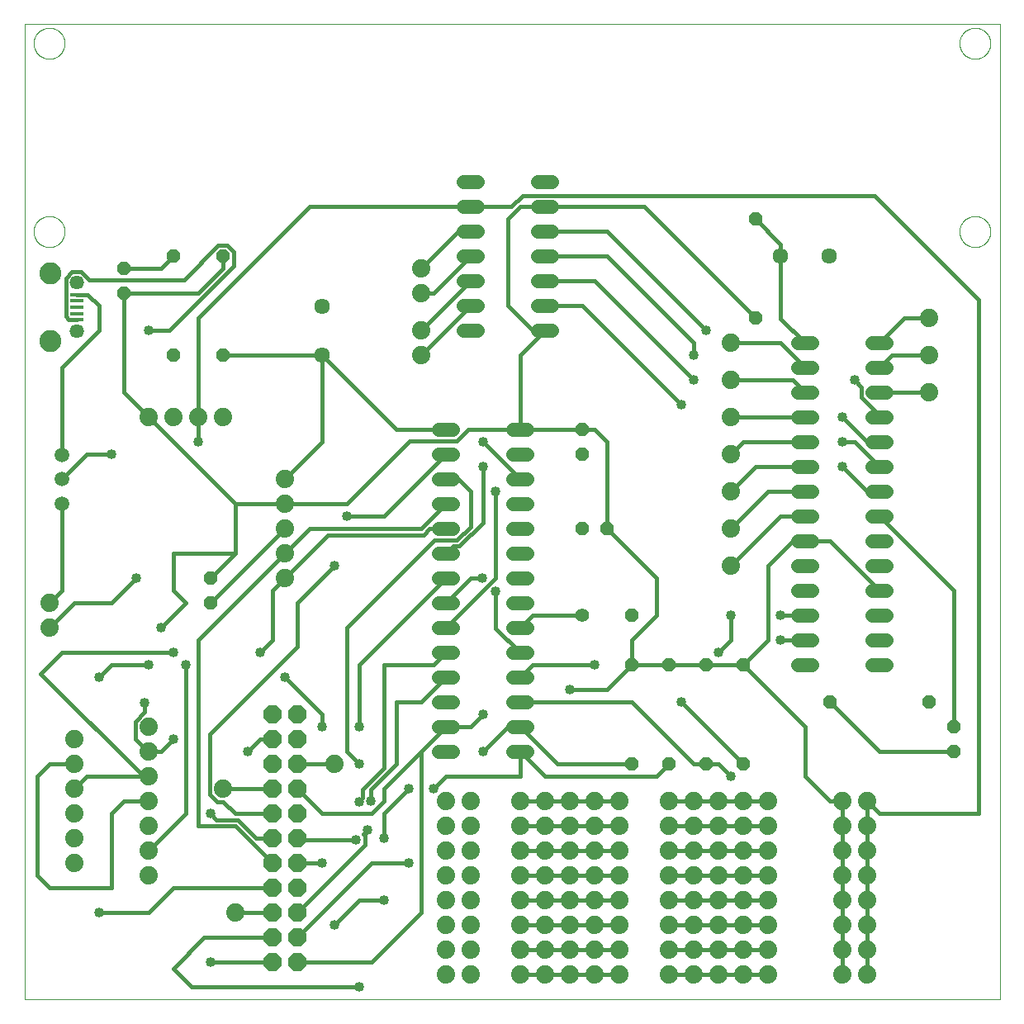
<source format=gtl>
G04 EAGLE Gerber RS-274X export*
G75*
%MOMM*%
%FSLAX34Y34*%
%LPD*%
%INTop Copper*%
%IPPOS*%
%AMOC8*
5,1,8,0,0,1.08239X$1,22.5*%
G01*
%ADD10C,0.000000*%
%ADD11R,1.350000X0.400000*%
%ADD12C,1.459600*%
%ADD13C,2.250000*%
%ADD14C,1.879600*%
%ADD15C,1.509600*%
%ADD16P,1.539592X8X112.500000*%
%ADD17C,1.609600*%
%ADD18C,1.422400*%
%ADD19P,1.539592X8X292.500000*%
%ADD20P,1.539592X8X202.500000*%
%ADD21P,2.034460X8X112.500000*%
%ADD22C,1.422400*%
%ADD23P,1.539592X8X22.500000*%
%ADD24C,0.406400*%
%ADD25C,1.016000*%


D10*
X0Y0D02*
X1000000Y0D01*
X1000000Y1000000D01*
X0Y1000000D01*
X0Y0D01*
X9525Y980440D02*
X9530Y980830D01*
X9544Y981219D01*
X9568Y981608D01*
X9601Y981996D01*
X9644Y982383D01*
X9697Y982769D01*
X9759Y983154D01*
X9830Y983537D01*
X9911Y983918D01*
X10001Y984297D01*
X10100Y984674D01*
X10209Y985048D01*
X10326Y985420D01*
X10453Y985788D01*
X10589Y986153D01*
X10733Y986515D01*
X10887Y986873D01*
X11049Y987227D01*
X11220Y987578D01*
X11399Y987923D01*
X11587Y988265D01*
X11784Y988601D01*
X11988Y988933D01*
X12200Y989260D01*
X12421Y989581D01*
X12649Y989897D01*
X12885Y990207D01*
X13128Y990511D01*
X13379Y990809D01*
X13637Y991101D01*
X13903Y991386D01*
X14175Y991665D01*
X14454Y991937D01*
X14739Y992203D01*
X15031Y992461D01*
X15329Y992712D01*
X15633Y992955D01*
X15943Y993191D01*
X16259Y993419D01*
X16580Y993640D01*
X16907Y993852D01*
X17239Y994056D01*
X17575Y994253D01*
X17917Y994441D01*
X18262Y994620D01*
X18613Y994791D01*
X18967Y994953D01*
X19325Y995107D01*
X19687Y995251D01*
X20052Y995387D01*
X20420Y995514D01*
X20792Y995631D01*
X21166Y995740D01*
X21543Y995839D01*
X21922Y995929D01*
X22303Y996010D01*
X22686Y996081D01*
X23071Y996143D01*
X23457Y996196D01*
X23844Y996239D01*
X24232Y996272D01*
X24621Y996296D01*
X25010Y996310D01*
X25400Y996315D01*
X25790Y996310D01*
X26179Y996296D01*
X26568Y996272D01*
X26956Y996239D01*
X27343Y996196D01*
X27729Y996143D01*
X28114Y996081D01*
X28497Y996010D01*
X28878Y995929D01*
X29257Y995839D01*
X29634Y995740D01*
X30008Y995631D01*
X30380Y995514D01*
X30748Y995387D01*
X31113Y995251D01*
X31475Y995107D01*
X31833Y994953D01*
X32187Y994791D01*
X32538Y994620D01*
X32883Y994441D01*
X33225Y994253D01*
X33561Y994056D01*
X33893Y993852D01*
X34220Y993640D01*
X34541Y993419D01*
X34857Y993191D01*
X35167Y992955D01*
X35471Y992712D01*
X35769Y992461D01*
X36061Y992203D01*
X36346Y991937D01*
X36625Y991665D01*
X36897Y991386D01*
X37163Y991101D01*
X37421Y990809D01*
X37672Y990511D01*
X37915Y990207D01*
X38151Y989897D01*
X38379Y989581D01*
X38600Y989260D01*
X38812Y988933D01*
X39016Y988601D01*
X39213Y988265D01*
X39401Y987923D01*
X39580Y987578D01*
X39751Y987227D01*
X39913Y986873D01*
X40067Y986515D01*
X40211Y986153D01*
X40347Y985788D01*
X40474Y985420D01*
X40591Y985048D01*
X40700Y984674D01*
X40799Y984297D01*
X40889Y983918D01*
X40970Y983537D01*
X41041Y983154D01*
X41103Y982769D01*
X41156Y982383D01*
X41199Y981996D01*
X41232Y981608D01*
X41256Y981219D01*
X41270Y980830D01*
X41275Y980440D01*
X41270Y980050D01*
X41256Y979661D01*
X41232Y979272D01*
X41199Y978884D01*
X41156Y978497D01*
X41103Y978111D01*
X41041Y977726D01*
X40970Y977343D01*
X40889Y976962D01*
X40799Y976583D01*
X40700Y976206D01*
X40591Y975832D01*
X40474Y975460D01*
X40347Y975092D01*
X40211Y974727D01*
X40067Y974365D01*
X39913Y974007D01*
X39751Y973653D01*
X39580Y973302D01*
X39401Y972957D01*
X39213Y972615D01*
X39016Y972279D01*
X38812Y971947D01*
X38600Y971620D01*
X38379Y971299D01*
X38151Y970983D01*
X37915Y970673D01*
X37672Y970369D01*
X37421Y970071D01*
X37163Y969779D01*
X36897Y969494D01*
X36625Y969215D01*
X36346Y968943D01*
X36061Y968677D01*
X35769Y968419D01*
X35471Y968168D01*
X35167Y967925D01*
X34857Y967689D01*
X34541Y967461D01*
X34220Y967240D01*
X33893Y967028D01*
X33561Y966824D01*
X33225Y966627D01*
X32883Y966439D01*
X32538Y966260D01*
X32187Y966089D01*
X31833Y965927D01*
X31475Y965773D01*
X31113Y965629D01*
X30748Y965493D01*
X30380Y965366D01*
X30008Y965249D01*
X29634Y965140D01*
X29257Y965041D01*
X28878Y964951D01*
X28497Y964870D01*
X28114Y964799D01*
X27729Y964737D01*
X27343Y964684D01*
X26956Y964641D01*
X26568Y964608D01*
X26179Y964584D01*
X25790Y964570D01*
X25400Y964565D01*
X25010Y964570D01*
X24621Y964584D01*
X24232Y964608D01*
X23844Y964641D01*
X23457Y964684D01*
X23071Y964737D01*
X22686Y964799D01*
X22303Y964870D01*
X21922Y964951D01*
X21543Y965041D01*
X21166Y965140D01*
X20792Y965249D01*
X20420Y965366D01*
X20052Y965493D01*
X19687Y965629D01*
X19325Y965773D01*
X18967Y965927D01*
X18613Y966089D01*
X18262Y966260D01*
X17917Y966439D01*
X17575Y966627D01*
X17239Y966824D01*
X16907Y967028D01*
X16580Y967240D01*
X16259Y967461D01*
X15943Y967689D01*
X15633Y967925D01*
X15329Y968168D01*
X15031Y968419D01*
X14739Y968677D01*
X14454Y968943D01*
X14175Y969215D01*
X13903Y969494D01*
X13637Y969779D01*
X13379Y970071D01*
X13128Y970369D01*
X12885Y970673D01*
X12649Y970983D01*
X12421Y971299D01*
X12200Y971620D01*
X11988Y971947D01*
X11784Y972279D01*
X11587Y972615D01*
X11399Y972957D01*
X11220Y973302D01*
X11049Y973653D01*
X10887Y974007D01*
X10733Y974365D01*
X10589Y974727D01*
X10453Y975092D01*
X10326Y975460D01*
X10209Y975832D01*
X10100Y976206D01*
X10001Y976583D01*
X9911Y976962D01*
X9830Y977343D01*
X9759Y977726D01*
X9697Y978111D01*
X9644Y978497D01*
X9601Y978884D01*
X9568Y979272D01*
X9544Y979661D01*
X9530Y980050D01*
X9525Y980440D01*
X9525Y787400D02*
X9530Y787790D01*
X9544Y788179D01*
X9568Y788568D01*
X9601Y788956D01*
X9644Y789343D01*
X9697Y789729D01*
X9759Y790114D01*
X9830Y790497D01*
X9911Y790878D01*
X10001Y791257D01*
X10100Y791634D01*
X10209Y792008D01*
X10326Y792380D01*
X10453Y792748D01*
X10589Y793113D01*
X10733Y793475D01*
X10887Y793833D01*
X11049Y794187D01*
X11220Y794538D01*
X11399Y794883D01*
X11587Y795225D01*
X11784Y795561D01*
X11988Y795893D01*
X12200Y796220D01*
X12421Y796541D01*
X12649Y796857D01*
X12885Y797167D01*
X13128Y797471D01*
X13379Y797769D01*
X13637Y798061D01*
X13903Y798346D01*
X14175Y798625D01*
X14454Y798897D01*
X14739Y799163D01*
X15031Y799421D01*
X15329Y799672D01*
X15633Y799915D01*
X15943Y800151D01*
X16259Y800379D01*
X16580Y800600D01*
X16907Y800812D01*
X17239Y801016D01*
X17575Y801213D01*
X17917Y801401D01*
X18262Y801580D01*
X18613Y801751D01*
X18967Y801913D01*
X19325Y802067D01*
X19687Y802211D01*
X20052Y802347D01*
X20420Y802474D01*
X20792Y802591D01*
X21166Y802700D01*
X21543Y802799D01*
X21922Y802889D01*
X22303Y802970D01*
X22686Y803041D01*
X23071Y803103D01*
X23457Y803156D01*
X23844Y803199D01*
X24232Y803232D01*
X24621Y803256D01*
X25010Y803270D01*
X25400Y803275D01*
X25790Y803270D01*
X26179Y803256D01*
X26568Y803232D01*
X26956Y803199D01*
X27343Y803156D01*
X27729Y803103D01*
X28114Y803041D01*
X28497Y802970D01*
X28878Y802889D01*
X29257Y802799D01*
X29634Y802700D01*
X30008Y802591D01*
X30380Y802474D01*
X30748Y802347D01*
X31113Y802211D01*
X31475Y802067D01*
X31833Y801913D01*
X32187Y801751D01*
X32538Y801580D01*
X32883Y801401D01*
X33225Y801213D01*
X33561Y801016D01*
X33893Y800812D01*
X34220Y800600D01*
X34541Y800379D01*
X34857Y800151D01*
X35167Y799915D01*
X35471Y799672D01*
X35769Y799421D01*
X36061Y799163D01*
X36346Y798897D01*
X36625Y798625D01*
X36897Y798346D01*
X37163Y798061D01*
X37421Y797769D01*
X37672Y797471D01*
X37915Y797167D01*
X38151Y796857D01*
X38379Y796541D01*
X38600Y796220D01*
X38812Y795893D01*
X39016Y795561D01*
X39213Y795225D01*
X39401Y794883D01*
X39580Y794538D01*
X39751Y794187D01*
X39913Y793833D01*
X40067Y793475D01*
X40211Y793113D01*
X40347Y792748D01*
X40474Y792380D01*
X40591Y792008D01*
X40700Y791634D01*
X40799Y791257D01*
X40889Y790878D01*
X40970Y790497D01*
X41041Y790114D01*
X41103Y789729D01*
X41156Y789343D01*
X41199Y788956D01*
X41232Y788568D01*
X41256Y788179D01*
X41270Y787790D01*
X41275Y787400D01*
X41270Y787010D01*
X41256Y786621D01*
X41232Y786232D01*
X41199Y785844D01*
X41156Y785457D01*
X41103Y785071D01*
X41041Y784686D01*
X40970Y784303D01*
X40889Y783922D01*
X40799Y783543D01*
X40700Y783166D01*
X40591Y782792D01*
X40474Y782420D01*
X40347Y782052D01*
X40211Y781687D01*
X40067Y781325D01*
X39913Y780967D01*
X39751Y780613D01*
X39580Y780262D01*
X39401Y779917D01*
X39213Y779575D01*
X39016Y779239D01*
X38812Y778907D01*
X38600Y778580D01*
X38379Y778259D01*
X38151Y777943D01*
X37915Y777633D01*
X37672Y777329D01*
X37421Y777031D01*
X37163Y776739D01*
X36897Y776454D01*
X36625Y776175D01*
X36346Y775903D01*
X36061Y775637D01*
X35769Y775379D01*
X35471Y775128D01*
X35167Y774885D01*
X34857Y774649D01*
X34541Y774421D01*
X34220Y774200D01*
X33893Y773988D01*
X33561Y773784D01*
X33225Y773587D01*
X32883Y773399D01*
X32538Y773220D01*
X32187Y773049D01*
X31833Y772887D01*
X31475Y772733D01*
X31113Y772589D01*
X30748Y772453D01*
X30380Y772326D01*
X30008Y772209D01*
X29634Y772100D01*
X29257Y772001D01*
X28878Y771911D01*
X28497Y771830D01*
X28114Y771759D01*
X27729Y771697D01*
X27343Y771644D01*
X26956Y771601D01*
X26568Y771568D01*
X26179Y771544D01*
X25790Y771530D01*
X25400Y771525D01*
X25010Y771530D01*
X24621Y771544D01*
X24232Y771568D01*
X23844Y771601D01*
X23457Y771644D01*
X23071Y771697D01*
X22686Y771759D01*
X22303Y771830D01*
X21922Y771911D01*
X21543Y772001D01*
X21166Y772100D01*
X20792Y772209D01*
X20420Y772326D01*
X20052Y772453D01*
X19687Y772589D01*
X19325Y772733D01*
X18967Y772887D01*
X18613Y773049D01*
X18262Y773220D01*
X17917Y773399D01*
X17575Y773587D01*
X17239Y773784D01*
X16907Y773988D01*
X16580Y774200D01*
X16259Y774421D01*
X15943Y774649D01*
X15633Y774885D01*
X15329Y775128D01*
X15031Y775379D01*
X14739Y775637D01*
X14454Y775903D01*
X14175Y776175D01*
X13903Y776454D01*
X13637Y776739D01*
X13379Y777031D01*
X13128Y777329D01*
X12885Y777633D01*
X12649Y777943D01*
X12421Y778259D01*
X12200Y778580D01*
X11988Y778907D01*
X11784Y779239D01*
X11587Y779575D01*
X11399Y779917D01*
X11220Y780262D01*
X11049Y780613D01*
X10887Y780967D01*
X10733Y781325D01*
X10589Y781687D01*
X10453Y782052D01*
X10326Y782420D01*
X10209Y782792D01*
X10100Y783166D01*
X10001Y783543D01*
X9911Y783922D01*
X9830Y784303D01*
X9759Y784686D01*
X9697Y785071D01*
X9644Y785457D01*
X9601Y785844D01*
X9568Y786232D01*
X9544Y786621D01*
X9530Y787010D01*
X9525Y787400D01*
X958723Y787400D02*
X958728Y787790D01*
X958742Y788179D01*
X958766Y788568D01*
X958799Y788956D01*
X958842Y789343D01*
X958895Y789729D01*
X958957Y790114D01*
X959028Y790497D01*
X959109Y790878D01*
X959199Y791257D01*
X959298Y791634D01*
X959407Y792008D01*
X959524Y792380D01*
X959651Y792748D01*
X959787Y793113D01*
X959931Y793475D01*
X960085Y793833D01*
X960247Y794187D01*
X960418Y794538D01*
X960597Y794883D01*
X960785Y795225D01*
X960982Y795561D01*
X961186Y795893D01*
X961398Y796220D01*
X961619Y796541D01*
X961847Y796857D01*
X962083Y797167D01*
X962326Y797471D01*
X962577Y797769D01*
X962835Y798061D01*
X963101Y798346D01*
X963373Y798625D01*
X963652Y798897D01*
X963937Y799163D01*
X964229Y799421D01*
X964527Y799672D01*
X964831Y799915D01*
X965141Y800151D01*
X965457Y800379D01*
X965778Y800600D01*
X966105Y800812D01*
X966437Y801016D01*
X966773Y801213D01*
X967115Y801401D01*
X967460Y801580D01*
X967811Y801751D01*
X968165Y801913D01*
X968523Y802067D01*
X968885Y802211D01*
X969250Y802347D01*
X969618Y802474D01*
X969990Y802591D01*
X970364Y802700D01*
X970741Y802799D01*
X971120Y802889D01*
X971501Y802970D01*
X971884Y803041D01*
X972269Y803103D01*
X972655Y803156D01*
X973042Y803199D01*
X973430Y803232D01*
X973819Y803256D01*
X974208Y803270D01*
X974598Y803275D01*
X974988Y803270D01*
X975377Y803256D01*
X975766Y803232D01*
X976154Y803199D01*
X976541Y803156D01*
X976927Y803103D01*
X977312Y803041D01*
X977695Y802970D01*
X978076Y802889D01*
X978455Y802799D01*
X978832Y802700D01*
X979206Y802591D01*
X979578Y802474D01*
X979946Y802347D01*
X980311Y802211D01*
X980673Y802067D01*
X981031Y801913D01*
X981385Y801751D01*
X981736Y801580D01*
X982081Y801401D01*
X982423Y801213D01*
X982759Y801016D01*
X983091Y800812D01*
X983418Y800600D01*
X983739Y800379D01*
X984055Y800151D01*
X984365Y799915D01*
X984669Y799672D01*
X984967Y799421D01*
X985259Y799163D01*
X985544Y798897D01*
X985823Y798625D01*
X986095Y798346D01*
X986361Y798061D01*
X986619Y797769D01*
X986870Y797471D01*
X987113Y797167D01*
X987349Y796857D01*
X987577Y796541D01*
X987798Y796220D01*
X988010Y795893D01*
X988214Y795561D01*
X988411Y795225D01*
X988599Y794883D01*
X988778Y794538D01*
X988949Y794187D01*
X989111Y793833D01*
X989265Y793475D01*
X989409Y793113D01*
X989545Y792748D01*
X989672Y792380D01*
X989789Y792008D01*
X989898Y791634D01*
X989997Y791257D01*
X990087Y790878D01*
X990168Y790497D01*
X990239Y790114D01*
X990301Y789729D01*
X990354Y789343D01*
X990397Y788956D01*
X990430Y788568D01*
X990454Y788179D01*
X990468Y787790D01*
X990473Y787400D01*
X990468Y787010D01*
X990454Y786621D01*
X990430Y786232D01*
X990397Y785844D01*
X990354Y785457D01*
X990301Y785071D01*
X990239Y784686D01*
X990168Y784303D01*
X990087Y783922D01*
X989997Y783543D01*
X989898Y783166D01*
X989789Y782792D01*
X989672Y782420D01*
X989545Y782052D01*
X989409Y781687D01*
X989265Y781325D01*
X989111Y780967D01*
X988949Y780613D01*
X988778Y780262D01*
X988599Y779917D01*
X988411Y779575D01*
X988214Y779239D01*
X988010Y778907D01*
X987798Y778580D01*
X987577Y778259D01*
X987349Y777943D01*
X987113Y777633D01*
X986870Y777329D01*
X986619Y777031D01*
X986361Y776739D01*
X986095Y776454D01*
X985823Y776175D01*
X985544Y775903D01*
X985259Y775637D01*
X984967Y775379D01*
X984669Y775128D01*
X984365Y774885D01*
X984055Y774649D01*
X983739Y774421D01*
X983418Y774200D01*
X983091Y773988D01*
X982759Y773784D01*
X982423Y773587D01*
X982081Y773399D01*
X981736Y773220D01*
X981385Y773049D01*
X981031Y772887D01*
X980673Y772733D01*
X980311Y772589D01*
X979946Y772453D01*
X979578Y772326D01*
X979206Y772209D01*
X978832Y772100D01*
X978455Y772001D01*
X978076Y771911D01*
X977695Y771830D01*
X977312Y771759D01*
X976927Y771697D01*
X976541Y771644D01*
X976154Y771601D01*
X975766Y771568D01*
X975377Y771544D01*
X974988Y771530D01*
X974598Y771525D01*
X974208Y771530D01*
X973819Y771544D01*
X973430Y771568D01*
X973042Y771601D01*
X972655Y771644D01*
X972269Y771697D01*
X971884Y771759D01*
X971501Y771830D01*
X971120Y771911D01*
X970741Y772001D01*
X970364Y772100D01*
X969990Y772209D01*
X969618Y772326D01*
X969250Y772453D01*
X968885Y772589D01*
X968523Y772733D01*
X968165Y772887D01*
X967811Y773049D01*
X967460Y773220D01*
X967115Y773399D01*
X966773Y773587D01*
X966437Y773784D01*
X966105Y773988D01*
X965778Y774200D01*
X965457Y774421D01*
X965141Y774649D01*
X964831Y774885D01*
X964527Y775128D01*
X964229Y775379D01*
X963937Y775637D01*
X963652Y775903D01*
X963373Y776175D01*
X963101Y776454D01*
X962835Y776739D01*
X962577Y777031D01*
X962326Y777329D01*
X962083Y777633D01*
X961847Y777943D01*
X961619Y778259D01*
X961398Y778580D01*
X961186Y778907D01*
X960982Y779239D01*
X960785Y779575D01*
X960597Y779917D01*
X960418Y780262D01*
X960247Y780613D01*
X960085Y780967D01*
X959931Y781325D01*
X959787Y781687D01*
X959651Y782052D01*
X959524Y782420D01*
X959407Y782792D01*
X959298Y783166D01*
X959199Y783543D01*
X959109Y783922D01*
X959028Y784303D01*
X958957Y784686D01*
X958895Y785071D01*
X958842Y785457D01*
X958799Y785844D01*
X958766Y786232D01*
X958742Y786621D01*
X958728Y787010D01*
X958723Y787400D01*
X958723Y980440D02*
X958728Y980830D01*
X958742Y981219D01*
X958766Y981608D01*
X958799Y981996D01*
X958842Y982383D01*
X958895Y982769D01*
X958957Y983154D01*
X959028Y983537D01*
X959109Y983918D01*
X959199Y984297D01*
X959298Y984674D01*
X959407Y985048D01*
X959524Y985420D01*
X959651Y985788D01*
X959787Y986153D01*
X959931Y986515D01*
X960085Y986873D01*
X960247Y987227D01*
X960418Y987578D01*
X960597Y987923D01*
X960785Y988265D01*
X960982Y988601D01*
X961186Y988933D01*
X961398Y989260D01*
X961619Y989581D01*
X961847Y989897D01*
X962083Y990207D01*
X962326Y990511D01*
X962577Y990809D01*
X962835Y991101D01*
X963101Y991386D01*
X963373Y991665D01*
X963652Y991937D01*
X963937Y992203D01*
X964229Y992461D01*
X964527Y992712D01*
X964831Y992955D01*
X965141Y993191D01*
X965457Y993419D01*
X965778Y993640D01*
X966105Y993852D01*
X966437Y994056D01*
X966773Y994253D01*
X967115Y994441D01*
X967460Y994620D01*
X967811Y994791D01*
X968165Y994953D01*
X968523Y995107D01*
X968885Y995251D01*
X969250Y995387D01*
X969618Y995514D01*
X969990Y995631D01*
X970364Y995740D01*
X970741Y995839D01*
X971120Y995929D01*
X971501Y996010D01*
X971884Y996081D01*
X972269Y996143D01*
X972655Y996196D01*
X973042Y996239D01*
X973430Y996272D01*
X973819Y996296D01*
X974208Y996310D01*
X974598Y996315D01*
X974988Y996310D01*
X975377Y996296D01*
X975766Y996272D01*
X976154Y996239D01*
X976541Y996196D01*
X976927Y996143D01*
X977312Y996081D01*
X977695Y996010D01*
X978076Y995929D01*
X978455Y995839D01*
X978832Y995740D01*
X979206Y995631D01*
X979578Y995514D01*
X979946Y995387D01*
X980311Y995251D01*
X980673Y995107D01*
X981031Y994953D01*
X981385Y994791D01*
X981736Y994620D01*
X982081Y994441D01*
X982423Y994253D01*
X982759Y994056D01*
X983091Y993852D01*
X983418Y993640D01*
X983739Y993419D01*
X984055Y993191D01*
X984365Y992955D01*
X984669Y992712D01*
X984967Y992461D01*
X985259Y992203D01*
X985544Y991937D01*
X985823Y991665D01*
X986095Y991386D01*
X986361Y991101D01*
X986619Y990809D01*
X986870Y990511D01*
X987113Y990207D01*
X987349Y989897D01*
X987577Y989581D01*
X987798Y989260D01*
X988010Y988933D01*
X988214Y988601D01*
X988411Y988265D01*
X988599Y987923D01*
X988778Y987578D01*
X988949Y987227D01*
X989111Y986873D01*
X989265Y986515D01*
X989409Y986153D01*
X989545Y985788D01*
X989672Y985420D01*
X989789Y985048D01*
X989898Y984674D01*
X989997Y984297D01*
X990087Y983918D01*
X990168Y983537D01*
X990239Y983154D01*
X990301Y982769D01*
X990354Y982383D01*
X990397Y981996D01*
X990430Y981608D01*
X990454Y981219D01*
X990468Y980830D01*
X990473Y980440D01*
X990468Y980050D01*
X990454Y979661D01*
X990430Y979272D01*
X990397Y978884D01*
X990354Y978497D01*
X990301Y978111D01*
X990239Y977726D01*
X990168Y977343D01*
X990087Y976962D01*
X989997Y976583D01*
X989898Y976206D01*
X989789Y975832D01*
X989672Y975460D01*
X989545Y975092D01*
X989409Y974727D01*
X989265Y974365D01*
X989111Y974007D01*
X988949Y973653D01*
X988778Y973302D01*
X988599Y972957D01*
X988411Y972615D01*
X988214Y972279D01*
X988010Y971947D01*
X987798Y971620D01*
X987577Y971299D01*
X987349Y970983D01*
X987113Y970673D01*
X986870Y970369D01*
X986619Y970071D01*
X986361Y969779D01*
X986095Y969494D01*
X985823Y969215D01*
X985544Y968943D01*
X985259Y968677D01*
X984967Y968419D01*
X984669Y968168D01*
X984365Y967925D01*
X984055Y967689D01*
X983739Y967461D01*
X983418Y967240D01*
X983091Y967028D01*
X982759Y966824D01*
X982423Y966627D01*
X982081Y966439D01*
X981736Y966260D01*
X981385Y966089D01*
X981031Y965927D01*
X980673Y965773D01*
X980311Y965629D01*
X979946Y965493D01*
X979578Y965366D01*
X979206Y965249D01*
X978832Y965140D01*
X978455Y965041D01*
X978076Y964951D01*
X977695Y964870D01*
X977312Y964799D01*
X976927Y964737D01*
X976541Y964684D01*
X976154Y964641D01*
X975766Y964608D01*
X975377Y964584D01*
X974988Y964570D01*
X974598Y964565D01*
X974208Y964570D01*
X973819Y964584D01*
X973430Y964608D01*
X973042Y964641D01*
X972655Y964684D01*
X972269Y964737D01*
X971884Y964799D01*
X971501Y964870D01*
X971120Y964951D01*
X970741Y965041D01*
X970364Y965140D01*
X969990Y965249D01*
X969618Y965366D01*
X969250Y965493D01*
X968885Y965629D01*
X968523Y965773D01*
X968165Y965927D01*
X967811Y966089D01*
X967460Y966260D01*
X967115Y966439D01*
X966773Y966627D01*
X966437Y966824D01*
X966105Y967028D01*
X965778Y967240D01*
X965457Y967461D01*
X965141Y967689D01*
X964831Y967925D01*
X964527Y968168D01*
X964229Y968419D01*
X963937Y968677D01*
X963652Y968943D01*
X963373Y969215D01*
X963101Y969494D01*
X962835Y969779D01*
X962577Y970071D01*
X962326Y970369D01*
X962083Y970673D01*
X961847Y970983D01*
X961619Y971299D01*
X961398Y971620D01*
X961186Y971947D01*
X960982Y972279D01*
X960785Y972615D01*
X960597Y972957D01*
X960418Y973302D01*
X960247Y973653D01*
X960085Y974007D01*
X959931Y974365D01*
X959787Y974727D01*
X959651Y975092D01*
X959524Y975460D01*
X959407Y975832D01*
X959298Y976206D01*
X959199Y976583D01*
X959109Y976962D01*
X959028Y977343D01*
X958957Y977726D01*
X958895Y978111D01*
X958842Y978497D01*
X958799Y978884D01*
X958766Y979272D01*
X958742Y979661D01*
X958728Y980050D01*
X958723Y980440D01*
D11*
X53670Y722930D03*
X53670Y716430D03*
X53670Y709930D03*
X53670Y703430D03*
X53670Y696930D03*
D12*
X53670Y734930D03*
X53670Y684930D03*
D13*
X26670Y744930D03*
X26670Y674930D03*
D14*
X25400Y381000D03*
X25400Y406400D03*
D15*
X38100Y558400D03*
X38100Y533400D03*
X38100Y508400D03*
D14*
X127000Y596900D03*
X152400Y596900D03*
X177800Y596900D03*
X203200Y596900D03*
D16*
X101600Y723900D03*
X101600Y749300D03*
X152400Y660400D03*
X152400Y762000D03*
D14*
X266700Y533400D03*
X266700Y508000D03*
X266700Y482600D03*
X266700Y457200D03*
X266700Y431800D03*
D17*
X304800Y660800D03*
X304800Y710800D03*
D16*
X203200Y660400D03*
X203200Y762000D03*
D14*
X127000Y279400D03*
X127000Y254000D03*
X127000Y228600D03*
X127000Y203200D03*
X127000Y177800D03*
X127000Y152400D03*
X127000Y127000D03*
D18*
X792988Y673100D02*
X807212Y673100D01*
X807212Y647700D02*
X792988Y647700D01*
X792988Y622300D02*
X807212Y622300D01*
X807212Y596900D02*
X792988Y596900D01*
X792988Y571500D02*
X807212Y571500D01*
X807212Y546100D02*
X792988Y546100D01*
X792988Y520700D02*
X807212Y520700D01*
X807212Y495300D02*
X792988Y495300D01*
X792988Y469900D02*
X807212Y469900D01*
X807212Y444500D02*
X792988Y444500D01*
X792988Y419100D02*
X807212Y419100D01*
X807212Y393700D02*
X792988Y393700D01*
X792988Y368300D02*
X807212Y368300D01*
X807212Y342900D02*
X792988Y342900D01*
X869188Y342900D02*
X883412Y342900D01*
X883412Y368300D02*
X869188Y368300D01*
X869188Y393700D02*
X883412Y393700D01*
X883412Y419100D02*
X869188Y419100D01*
X869188Y444500D02*
X883412Y444500D01*
X883412Y469900D02*
X869188Y469900D01*
X869188Y495300D02*
X883412Y495300D01*
X883412Y520700D02*
X869188Y520700D01*
X869188Y546100D02*
X883412Y546100D01*
X883412Y571500D02*
X869188Y571500D01*
X869188Y596900D02*
X883412Y596900D01*
X883412Y622300D02*
X869188Y622300D01*
X869188Y647700D02*
X883412Y647700D01*
X883412Y673100D02*
X869188Y673100D01*
D16*
X698500Y241300D03*
X698500Y342900D03*
D19*
X736600Y342900D03*
X736600Y241300D03*
X952500Y279400D03*
X952500Y254000D03*
D20*
X927100Y304800D03*
X825500Y304800D03*
D17*
X775100Y762000D03*
X825100Y762000D03*
D19*
X749300Y800100D03*
X749300Y698500D03*
D18*
X464312Y838200D02*
X450088Y838200D01*
X450088Y812800D02*
X464312Y812800D01*
X464312Y685800D02*
X450088Y685800D01*
X526288Y685800D02*
X540512Y685800D01*
X464312Y787400D02*
X450088Y787400D01*
X450088Y762000D02*
X464312Y762000D01*
X464312Y711200D02*
X450088Y711200D01*
X450088Y736600D02*
X464312Y736600D01*
X526288Y711200D02*
X540512Y711200D01*
X540512Y736600D02*
X526288Y736600D01*
X526288Y762000D02*
X540512Y762000D01*
X540512Y787400D02*
X526288Y787400D01*
X526288Y812800D02*
X540512Y812800D01*
X540512Y838200D02*
X526288Y838200D01*
D14*
X406400Y723900D03*
X406400Y749300D03*
X406400Y660400D03*
X406400Y685800D03*
D21*
X279400Y38100D03*
X254000Y38100D03*
X279400Y63500D03*
X254000Y63500D03*
X279400Y88900D03*
X254000Y88900D03*
X279400Y114300D03*
X254000Y114300D03*
X279400Y139700D03*
X254000Y139700D03*
X279400Y165100D03*
X254000Y165100D03*
X279400Y190500D03*
X254000Y190500D03*
X279400Y215900D03*
X254000Y215900D03*
X279400Y241300D03*
X254000Y241300D03*
X279400Y266700D03*
X254000Y266700D03*
X279400Y292100D03*
X254000Y292100D03*
D16*
X622300Y241300D03*
X622300Y342900D03*
X660400Y241300D03*
X660400Y342900D03*
D18*
X438912Y584200D02*
X424688Y584200D01*
X424688Y558800D02*
X438912Y558800D01*
X438912Y533400D02*
X424688Y533400D01*
X424688Y508000D02*
X438912Y508000D01*
X438912Y482600D02*
X424688Y482600D01*
X424688Y457200D02*
X438912Y457200D01*
X438912Y431800D02*
X424688Y431800D01*
X424688Y406400D02*
X438912Y406400D01*
X438912Y381000D02*
X424688Y381000D01*
X424688Y355600D02*
X438912Y355600D01*
X438912Y330200D02*
X424688Y330200D01*
X424688Y304800D02*
X438912Y304800D01*
X438912Y279400D02*
X424688Y279400D01*
X424688Y254000D02*
X438912Y254000D01*
X500888Y254000D02*
X515112Y254000D01*
X515112Y279400D02*
X500888Y279400D01*
X500888Y304800D02*
X515112Y304800D01*
X515112Y330200D02*
X500888Y330200D01*
X500888Y355600D02*
X515112Y355600D01*
X515112Y381000D02*
X500888Y381000D01*
X500888Y406400D02*
X515112Y406400D01*
X515112Y431800D02*
X500888Y431800D01*
X500888Y457200D02*
X515112Y457200D01*
X515112Y482600D02*
X500888Y482600D01*
X500888Y508000D02*
X515112Y508000D01*
X515112Y533400D02*
X500888Y533400D01*
X500888Y558800D02*
X515112Y558800D01*
X515112Y584200D02*
X500888Y584200D01*
D19*
X571500Y584200D03*
X571500Y558800D03*
D20*
X596900Y482600D03*
X571500Y482600D03*
D22*
X571500Y393700D03*
D23*
X622300Y393700D03*
D14*
X215900Y88900D03*
X203200Y215900D03*
X317500Y241300D03*
X723900Y673100D03*
X723900Y635000D03*
X723900Y596900D03*
X723900Y558800D03*
X723900Y520700D03*
X723900Y482600D03*
X723900Y444500D03*
X927100Y698500D03*
X927100Y660400D03*
X927100Y622300D03*
X50800Y266700D03*
X50800Y241300D03*
X50800Y215900D03*
X50800Y190500D03*
X50800Y165100D03*
X50800Y139700D03*
X508000Y25400D03*
X508000Y50800D03*
X508000Y76200D03*
X508000Y101600D03*
X508000Y127000D03*
X508000Y152400D03*
X508000Y177800D03*
X508000Y203200D03*
X533400Y25400D03*
X533400Y50800D03*
X533400Y76200D03*
X533400Y101600D03*
X533400Y127000D03*
X533400Y152400D03*
X533400Y177800D03*
X533400Y203200D03*
X558800Y25400D03*
X558800Y50800D03*
X558800Y76200D03*
X558800Y101600D03*
X558800Y127000D03*
X558800Y152400D03*
X558800Y177800D03*
X558800Y203200D03*
X584200Y25400D03*
X584200Y50800D03*
X584200Y76200D03*
X584200Y101600D03*
X584200Y127000D03*
X584200Y152400D03*
X584200Y177800D03*
X584200Y203200D03*
X609600Y25400D03*
X609600Y50800D03*
X609600Y76200D03*
X609600Y101600D03*
X609600Y127000D03*
X609600Y152400D03*
X609600Y177800D03*
X609600Y203200D03*
X838200Y25400D03*
X838200Y50800D03*
X838200Y76200D03*
X838200Y101600D03*
X838200Y127000D03*
X838200Y152400D03*
X838200Y177800D03*
X838200Y203200D03*
X431800Y25400D03*
X431800Y50800D03*
X431800Y76200D03*
X431800Y101600D03*
X431800Y127000D03*
X431800Y152400D03*
X431800Y177800D03*
X431800Y203200D03*
X457200Y25400D03*
X457200Y50800D03*
X457200Y76200D03*
X457200Y101600D03*
X457200Y127000D03*
X457200Y152400D03*
X457200Y177800D03*
X457200Y203200D03*
X863600Y25400D03*
X863600Y50800D03*
X863600Y76200D03*
X863600Y101600D03*
X863600Y127000D03*
X863600Y152400D03*
X863600Y177800D03*
X863600Y203200D03*
X660400Y25400D03*
X660400Y50800D03*
X660400Y76200D03*
X660400Y101600D03*
X660400Y127000D03*
X660400Y152400D03*
X660400Y177800D03*
X660400Y203200D03*
X685800Y25400D03*
X685800Y50800D03*
X685800Y76200D03*
X685800Y101600D03*
X685800Y127000D03*
X685800Y152400D03*
X685800Y177800D03*
X685800Y203200D03*
X711200Y25400D03*
X711200Y50800D03*
X711200Y76200D03*
X711200Y101600D03*
X711200Y127000D03*
X711200Y152400D03*
X711200Y177800D03*
X711200Y203200D03*
X736600Y25400D03*
X736600Y50800D03*
X736600Y76200D03*
X736600Y101600D03*
X736600Y127000D03*
X736600Y152400D03*
X736600Y177800D03*
X736600Y203200D03*
X762000Y25400D03*
X762000Y50800D03*
X762000Y76200D03*
X762000Y101600D03*
X762000Y127000D03*
X762000Y152400D03*
X762000Y177800D03*
X762000Y203200D03*
D19*
X190500Y431800D03*
X190500Y406400D03*
D24*
X38100Y558400D02*
X38100Y647700D01*
X76200Y685800D01*
X76200Y711200D01*
X64470Y722930D01*
X53670Y722930D01*
X431800Y406400D02*
X457200Y431800D01*
X469900Y431800D01*
X469784Y431916D01*
D25*
X469784Y431916D03*
X482716Y418984D03*
D24*
X482716Y380884D01*
X508000Y355600D01*
X48964Y746292D02*
X42308Y739636D01*
X48964Y746292D02*
X58376Y746292D01*
X198571Y773176D02*
X207829Y773176D01*
X214376Y766629D01*
X45237Y697366D02*
X42308Y700295D01*
X42308Y739636D01*
X214376Y751855D02*
X214376Y766629D01*
X66544Y738124D02*
X58376Y746292D01*
X66544Y738124D02*
X163519Y738124D01*
X198571Y773176D01*
X53670Y696930D02*
X53234Y697366D01*
X45237Y697366D01*
X190500Y38100D02*
X254000Y38100D01*
D25*
X190500Y38100D03*
D24*
X190500Y406400D02*
X266700Y482600D01*
D25*
X114300Y431800D03*
D24*
X88900Y406400D01*
X50800Y406400D01*
X25400Y381000D01*
X127000Y685800D02*
X148321Y685800D01*
D25*
X127000Y685800D03*
D24*
X148321Y685800D02*
X214376Y751855D01*
X38100Y508400D02*
X38100Y419100D01*
X25400Y406400D01*
X38100Y533400D02*
X63500Y558800D01*
X88900Y558800D01*
D25*
X88900Y558800D03*
X177800Y571500D03*
D24*
X177800Y596900D01*
X177800Y698500D01*
X292100Y812800D01*
X457200Y812800D01*
X499379Y812800D02*
X510555Y823976D01*
X871724Y823976D01*
X977900Y717800D02*
X977900Y190500D01*
X876300Y190500D01*
X863600Y203200D01*
X977900Y717800D02*
X871724Y823976D01*
X499379Y812800D02*
X457200Y812800D01*
X863600Y203200D02*
X863600Y177800D01*
X863600Y152400D01*
X863600Y127000D01*
X863600Y101600D01*
X863600Y76200D01*
X863600Y50800D01*
X863600Y25400D01*
X660400Y342900D02*
X622300Y342900D01*
X660400Y342900D02*
X698500Y342900D01*
X736600Y342900D01*
X762000Y368300D01*
X762000Y444500D01*
X787400Y469900D01*
X800100Y469900D01*
X825500Y469900D01*
X876300Y419100D01*
X736600Y342900D02*
X800100Y279400D01*
X800100Y228600D01*
X825500Y203200D01*
X838200Y203200D01*
X622300Y342900D02*
X622300Y368300D01*
X647700Y393700D01*
X647700Y431800D01*
X596900Y482600D01*
X596900Y571500D01*
X584200Y584200D01*
X571500Y584200D01*
X508000Y584200D01*
X508000Y660400D01*
X533400Y685800D01*
X127000Y596900D02*
X101600Y622300D01*
X101600Y723900D01*
X177800Y723900D01*
X203200Y749300D01*
X203200Y762000D01*
X127000Y596900D02*
X215900Y508000D01*
X266700Y508000D01*
X215900Y508000D02*
X215900Y457200D01*
X190500Y431800D01*
X520700Y685800D02*
X533400Y685800D01*
X520700Y685800D02*
X495300Y711200D01*
X495300Y800100D01*
X508000Y812800D01*
X533400Y812800D01*
X635000Y812800D01*
X749300Y698500D01*
X330200Y508000D02*
X266700Y508000D01*
X454717Y584200D02*
X508000Y584200D01*
X454717Y584200D02*
X443541Y573024D01*
X395224Y573024D01*
X330200Y508000D01*
X596900Y317500D02*
X622300Y342900D01*
X596900Y317500D02*
X558800Y317500D01*
D25*
X558800Y317500D03*
X469900Y292100D03*
D24*
X457200Y279400D01*
X431800Y279400D01*
X355600Y38100D02*
X279400Y38100D01*
X355600Y38100D02*
X406400Y88900D01*
X406400Y254000D02*
X431800Y279400D01*
X406400Y254000D02*
X406400Y88900D01*
X368300Y215900D02*
X431800Y279400D01*
X139700Y254000D02*
X127000Y254000D01*
X139700Y254000D02*
X152400Y266700D01*
D25*
X152400Y266700D03*
X228600Y254000D03*
D24*
X241300Y266700D01*
X254000Y266700D01*
X368300Y215900D02*
X368300Y203200D01*
X355600Y190500D01*
X304800Y190500D01*
X279400Y215900D01*
D25*
X139700Y381000D03*
D24*
X165100Y406400D01*
D25*
X123444Y304546D03*
D24*
X123444Y294882D01*
X113538Y284976D01*
X113538Y267462D01*
X127000Y254000D01*
X152400Y457200D02*
X215900Y457200D01*
X152400Y457200D02*
X152400Y419100D01*
X165100Y406400D01*
X838200Y203200D02*
X838200Y177800D01*
X838200Y152400D01*
X838200Y127000D01*
X838200Y101600D01*
X838200Y76200D01*
X838200Y50800D01*
X838200Y25400D01*
X139700Y749300D02*
X152400Y762000D01*
X139700Y749300D02*
X101600Y749300D01*
X381400Y584200D02*
X431800Y584200D01*
X381400Y584200D02*
X305000Y660600D01*
X304800Y660800D01*
X304800Y571500D01*
X266700Y533400D01*
X203200Y660400D02*
X203400Y660600D01*
X305000Y660600D01*
X215900Y177800D02*
X254000Y139700D01*
X215900Y177800D02*
X177800Y177800D01*
X177800Y368300D02*
X266700Y457200D01*
X177800Y368300D02*
X177800Y177800D01*
X266700Y457200D02*
X292100Y482600D01*
X406400Y482600D02*
X431800Y508000D01*
X406400Y482600D02*
X292100Y482600D01*
X50800Y241300D02*
X25400Y241300D01*
X12700Y228600D01*
X12700Y127000D02*
X25400Y114300D01*
X88900Y114300D01*
X88900Y190500D01*
X101600Y203200D01*
X127000Y203200D01*
X12700Y228600D02*
X12700Y127000D01*
X469900Y571500D02*
X508000Y533400D01*
D25*
X469900Y571500D03*
D24*
X63500Y228600D02*
X50800Y215900D01*
X63500Y228600D02*
X127000Y228600D01*
X121920Y228600D01*
X16510Y334010D01*
X38100Y355600D02*
X152400Y355600D01*
X38100Y355600D02*
X16510Y334010D01*
D25*
X152400Y355600D03*
D24*
X165100Y190500D02*
X127000Y152400D01*
X165100Y190500D02*
X165100Y342900D01*
D25*
X165100Y342900D03*
D24*
X685800Y241300D02*
X698500Y241300D01*
X622300Y304800D02*
X508000Y304800D01*
X622300Y304800D02*
X685800Y241300D01*
X698500Y241300D02*
X711200Y241300D01*
X723900Y228600D01*
D25*
X723900Y228600D03*
X711200Y355600D03*
D24*
X723900Y368300D01*
X723900Y393700D01*
D25*
X723900Y393700D03*
X774700Y393700D03*
D24*
X800100Y393700D01*
X673100Y304800D02*
X736600Y241300D01*
D25*
X673100Y304800D03*
X584200Y342900D03*
D24*
X520700Y342900D01*
X508000Y330200D01*
D25*
X774700Y368300D03*
D24*
X800100Y368300D01*
X775100Y774300D02*
X749300Y800100D01*
X775100Y774300D02*
X775100Y762000D01*
X775100Y698100D01*
X800100Y673100D01*
X876300Y495300D02*
X952500Y419100D01*
X952500Y279400D01*
X952500Y254000D02*
X876300Y254000D01*
X825500Y304800D01*
X596900Y762000D02*
X533400Y762000D01*
X596900Y762000D02*
X685800Y673100D01*
X685800Y660400D01*
D25*
X685800Y660400D03*
X838200Y596900D03*
D24*
X863600Y571500D01*
X876300Y571500D01*
X584200Y736600D02*
X533400Y736600D01*
X584200Y736600D02*
X685800Y635000D01*
D25*
X685800Y635000D03*
X838200Y571500D03*
D24*
X850900Y571500D01*
X876300Y546100D01*
X571500Y711200D02*
X533400Y711200D01*
X571500Y711200D02*
X673100Y609600D01*
D25*
X673100Y609600D03*
X838200Y546100D03*
D24*
X863600Y520700D01*
X876300Y520700D01*
X596900Y787400D02*
X533400Y787400D01*
X596900Y787400D02*
X698500Y685800D01*
D25*
X698500Y685800D03*
X850900Y635000D03*
D24*
X858012Y627888D01*
X858012Y617671D01*
X876300Y599383D01*
X876300Y596900D01*
X444500Y787400D02*
X406400Y749300D01*
X444500Y787400D02*
X457200Y787400D01*
X457200Y762000D02*
X419100Y723900D01*
X406400Y723900D01*
X406400Y685800D02*
X457200Y736600D01*
X457200Y711200D02*
X406400Y660400D01*
X546100Y241300D02*
X622300Y241300D01*
X546100Y241300D02*
X508000Y279400D01*
X171462Y12700D02*
X152412Y31750D01*
X171462Y12700D02*
X342900Y12700D01*
X254000Y63500D02*
X184162Y63500D01*
X152412Y31750D01*
D25*
X342900Y12700D03*
X368300Y165100D03*
D24*
X368300Y190500D01*
X393700Y215900D01*
D25*
X393700Y215900D03*
X469900Y254000D03*
D24*
X495300Y279400D01*
X508000Y279400D01*
X647700Y228600D02*
X660400Y241300D01*
X533400Y228600D02*
X508000Y254000D01*
X533400Y228600D02*
X647700Y228600D01*
X355600Y139700D02*
X279400Y63500D01*
X355600Y139700D02*
X393700Y139700D01*
D25*
X393700Y139700D03*
X419100Y215900D03*
D24*
X431800Y228600D01*
X508000Y228600D01*
X508000Y254000D01*
X368300Y495300D02*
X431800Y558800D01*
X368300Y495300D02*
X330200Y495300D01*
D25*
X330200Y495300D03*
X317500Y444500D03*
D24*
X189738Y210324D02*
X197624Y202438D01*
X203962Y202438D01*
X215900Y190500D01*
X189738Y272276D02*
X279400Y361938D01*
X189738Y272276D02*
X189738Y210324D01*
X215900Y190500D02*
X254000Y190500D01*
X279400Y406400D02*
X317500Y444500D01*
X279400Y406400D02*
X279400Y361938D01*
X254000Y165100D02*
X237221Y165100D01*
X218425Y183896D01*
X197104Y183896D02*
X190500Y190500D01*
X197104Y183896D02*
X218425Y183896D01*
D25*
X190500Y190500D03*
X482600Y520700D03*
D24*
X482600Y431800D01*
X431800Y381000D01*
X431800Y431800D02*
X342900Y342900D01*
X342900Y279400D01*
D25*
X342900Y279400D03*
D24*
X419100Y342900D02*
X431800Y355600D01*
X419100Y342900D02*
X368300Y342900D01*
X346340Y206640D02*
X342900Y203200D01*
X346340Y215261D02*
X368300Y237221D01*
X346340Y215261D02*
X346340Y206640D01*
X342900Y203200D02*
X343016Y203084D01*
D25*
X343016Y203084D03*
X339852Y163837D03*
D24*
X280663Y163837D01*
X279400Y165100D01*
X368300Y237221D02*
X368300Y342900D01*
X431800Y533400D02*
X444500Y533400D01*
X457200Y520700D01*
X443541Y471424D02*
X420624Y471424D01*
X330200Y381000D01*
X457200Y485083D02*
X457200Y520700D01*
X457200Y485083D02*
X443541Y471424D01*
X330200Y254000D02*
X342900Y241300D01*
D25*
X342900Y241300D03*
D24*
X330200Y254000D02*
X330200Y381000D01*
X254000Y114300D02*
X152400Y114300D01*
X127000Y88900D01*
X76200Y88900D01*
D25*
X76200Y88900D03*
X76200Y330200D03*
D24*
X431800Y457200D02*
X439928Y465328D01*
X446066Y465328D01*
X469900Y489162D01*
X469900Y546100D01*
D25*
X469900Y546100D03*
D24*
X127000Y342900D02*
X126884Y343016D01*
D25*
X127000Y342900D03*
D24*
X126884Y343016D02*
X126768Y342900D01*
X88900Y342900D02*
X76200Y330200D01*
X88900Y342900D02*
X126768Y342900D01*
X266700Y431800D02*
X311404Y476504D01*
X408925Y476504D01*
X415021Y482600D02*
X431800Y482600D01*
X415021Y482600D02*
X408925Y476504D01*
X266700Y431800D02*
X254000Y419100D01*
X254000Y368300D01*
X241300Y355600D01*
D25*
X241300Y355600D03*
X266700Y330200D03*
D24*
X304800Y292100D01*
X304800Y279400D01*
D25*
X304800Y279400D03*
X368300Y101600D03*
D24*
X342900Y101600D01*
X317500Y76200D01*
D25*
X317500Y76200D03*
X304800Y139700D03*
D24*
X279400Y139700D01*
X406400Y304800D02*
X431800Y330200D01*
X406400Y304800D02*
X381000Y304800D01*
X381000Y241300D01*
X355484Y215784D02*
X355484Y203316D01*
D25*
X355484Y203316D03*
X352044Y174244D03*
D24*
X347211Y169411D02*
X348996Y167625D01*
X347211Y169411D02*
X352044Y174244D01*
X348996Y167625D02*
X348996Y158496D01*
X279400Y88900D01*
X355484Y215784D02*
X381000Y241300D01*
X317500Y241300D02*
X279400Y241300D01*
X254000Y215900D02*
X203200Y215900D01*
X215900Y88900D02*
X254000Y88900D01*
X723900Y673100D02*
X774700Y673100D01*
X800100Y647700D01*
X787400Y635000D02*
X723900Y635000D01*
X787400Y635000D02*
X800100Y622300D01*
X800100Y596900D02*
X723900Y596900D01*
X736600Y571500D02*
X723900Y558800D01*
X736600Y571500D02*
X800100Y571500D01*
X749300Y546100D02*
X723900Y520700D01*
X749300Y546100D02*
X800100Y546100D01*
X762000Y520700D02*
X723900Y482600D01*
X762000Y520700D02*
X800100Y520700D01*
X876300Y673100D02*
X901700Y698500D01*
X927100Y698500D01*
X889000Y660400D02*
X876300Y647700D01*
X889000Y660400D02*
X927100Y660400D01*
X927100Y622300D02*
X876300Y622300D01*
X609600Y203200D02*
X584200Y203200D01*
X558800Y203200D01*
X533400Y203200D01*
X508000Y203200D01*
X508000Y177800D02*
X533400Y177800D01*
X558800Y177800D01*
X584200Y177800D01*
X609600Y177800D01*
X609600Y152400D02*
X584200Y152400D01*
X558800Y152400D01*
X533400Y152400D01*
X508000Y152400D01*
X508000Y127000D02*
X558800Y127000D01*
X533400Y127000D01*
X558800Y127000D02*
X584200Y127000D01*
X609600Y127000D01*
X609600Y101600D02*
X584200Y101600D01*
X558800Y101600D01*
X533400Y101600D01*
X508000Y101600D01*
X584200Y76200D02*
X609600Y76200D01*
X584200Y76200D02*
X558800Y76200D01*
X533400Y76200D01*
X508000Y76200D01*
X508000Y50800D02*
X533400Y50800D01*
X558800Y50800D01*
X584200Y50800D01*
X609600Y50800D01*
X609600Y25400D02*
X508000Y25400D01*
X736600Y203200D02*
X762000Y203200D01*
X736600Y203200D02*
X711200Y203200D01*
X685800Y203200D01*
X660400Y203200D01*
X660400Y177800D02*
X685800Y177800D01*
X711200Y177800D01*
X736600Y177800D01*
X762000Y177800D01*
X762000Y152400D02*
X736600Y152400D01*
X711200Y152400D01*
X685800Y152400D01*
X660400Y152400D01*
X660400Y127000D02*
X685800Y127000D01*
X711200Y127000D01*
X736600Y127000D01*
X762000Y127000D01*
X762000Y101600D02*
X736600Y101600D01*
X711200Y101600D01*
X685800Y101600D01*
X660400Y101600D01*
X660400Y76200D02*
X685800Y76200D01*
X711200Y76200D01*
X736600Y76200D01*
X762000Y76200D01*
X762000Y50800D02*
X736600Y50800D01*
X711200Y50800D01*
X685800Y50800D01*
X660400Y50800D01*
X660400Y25400D02*
X685800Y25400D01*
X711200Y25400D01*
X736600Y25400D01*
X762000Y25400D01*
X508000Y381000D02*
X520700Y393700D01*
X571500Y393700D01*
X723900Y444500D02*
X774700Y495300D01*
X800100Y495300D01*
M02*

</source>
